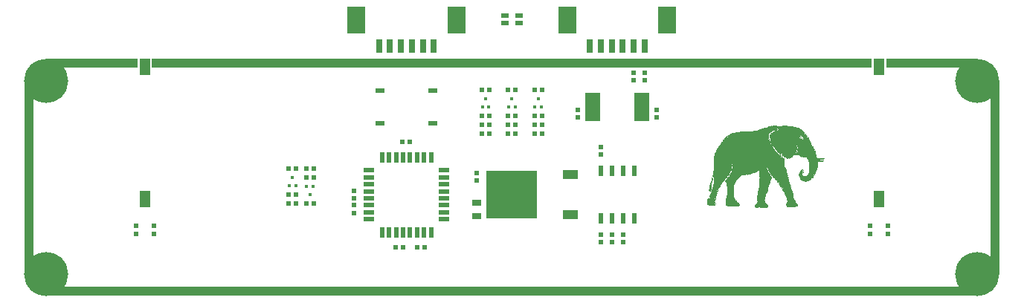
<source format=gts>
G04*
G04 #@! TF.GenerationSoftware,Altium Limited,Altium Designer,23.3.1 (30)*
G04*
G04 Layer_Color=8388736*
%FSLAX25Y25*%
%MOIN*%
G70*
G04*
G04 #@! TF.SameCoordinates,AEED621E-3CD5-435C-AC93-41C8B311E913*
G04*
G04*
G04 #@! TF.FilePolarity,Negative*
G04*
G01*
G75*
%ADD30R,3.23000X0.03937*%
%ADD31R,0.41161X0.03937*%
%ADD32R,0.03937X0.86614*%
%ADD33R,4.17323X0.03937*%
%ADD34R,0.03937X0.86614*%
%ADD35R,0.01929X0.02126*%
%ADD36R,0.02126X0.01929*%
%ADD37R,0.01654X0.01654*%
%ADD38R,0.04016X0.02835*%
%ADD39R,0.04016X0.02047*%
%ADD40R,0.02047X0.04803*%
%ADD41R,0.04803X0.02047*%
%ADD42R,0.22520X0.21732*%
%ADD43R,0.06969X0.04016*%
%ADD44R,0.02441X0.04803*%
%ADD45R,0.07126X0.12677*%
%ADD46R,0.07953X0.11890*%
%ADD47R,0.03032X0.05984*%
%ADD48R,0.04803X0.07362*%
%ADD49R,0.03228X0.02047*%
%ADD50C,0.19764*%
%ADD51C,0.03032*%
G36*
X118017Y23075D02*
X119021D01*
Y22824D01*
X121029D01*
Y23075D01*
X123540D01*
Y22824D01*
X126050D01*
Y22573D01*
X127556D01*
Y22322D01*
X128561D01*
Y22071D01*
X128812D01*
Y21820D01*
X129314D01*
Y21569D01*
X129816D01*
Y21318D01*
X130067D01*
Y21067D01*
X130318D01*
Y20816D01*
X130569D01*
Y20565D01*
X130820D01*
Y20314D01*
X131071D01*
Y20063D01*
X131322D01*
Y19812D01*
Y19561D01*
X131071D01*
Y19309D01*
Y19059D01*
X131322D01*
Y19309D01*
X131573D01*
Y19561D01*
X131824D01*
Y19309D01*
Y19059D01*
X132075D01*
Y18808D01*
Y18556D01*
X132577D01*
Y18305D01*
X132326D01*
Y18054D01*
X132828D01*
Y17803D01*
X133079D01*
Y17552D01*
Y17301D01*
Y17050D01*
X133330D01*
Y16799D01*
X133581D01*
Y16548D01*
Y16297D01*
X133833D01*
Y16046D01*
Y15795D01*
Y15544D01*
X134084D01*
Y15293D01*
Y15042D01*
X134335D01*
Y14791D01*
Y14540D01*
X134586D01*
Y14289D01*
Y14038D01*
X134837D01*
Y13787D01*
X135088D01*
Y13535D01*
Y13284D01*
X135339D01*
Y13033D01*
Y12782D01*
X135590D01*
Y12531D01*
X135841D01*
Y12280D01*
X135590D01*
Y12029D01*
X135841D01*
Y11778D01*
X136092D01*
Y11527D01*
Y11276D01*
Y11025D01*
X136343D01*
Y10774D01*
Y10523D01*
Y10272D01*
X136594D01*
Y10021D01*
Y9770D01*
Y9519D01*
Y9268D01*
Y9017D01*
X136845D01*
Y8766D01*
Y8515D01*
X140109D01*
Y8264D01*
X139858D01*
Y8012D01*
X139356D01*
Y7762D01*
X138351D01*
Y7510D01*
X139858D01*
Y7259D01*
X139607D01*
Y7008D01*
X139356D01*
Y7259D01*
X139104D01*
Y7008D01*
X138853D01*
Y6757D01*
X137096D01*
Y6506D01*
Y6255D01*
Y6004D01*
Y5753D01*
Y5502D01*
Y5251D01*
Y5000D01*
Y4749D01*
Y4498D01*
Y4247D01*
X136845D01*
Y3996D01*
Y3745D01*
Y3494D01*
Y3243D01*
X136594D01*
Y2992D01*
X136343D01*
Y2741D01*
X136594D01*
Y2489D01*
X136343D01*
Y2238D01*
X136092D01*
Y1987D01*
X135841D01*
Y1736D01*
X136092D01*
Y1485D01*
X135841D01*
Y1234D01*
Y983D01*
X135590D01*
Y1234D01*
X135339D01*
Y983D01*
X135590D01*
Y732D01*
Y481D01*
X135339D01*
Y230D01*
X135088D01*
Y-21D01*
Y-272D01*
X134837D01*
Y-523D01*
X134335D01*
Y-774D01*
Y-1025D01*
X133833D01*
Y-1276D01*
X133581D01*
Y-1527D01*
X133079D01*
Y-1778D01*
X132326D01*
Y-2029D01*
X131071D01*
Y-1778D01*
X130318D01*
Y-1527D01*
X129816D01*
Y-1276D01*
X129565D01*
Y-1025D01*
X129314D01*
Y-774D01*
X129063D01*
Y-523D01*
Y-272D01*
Y-21D01*
X128812D01*
Y230D01*
Y481D01*
X128561D01*
Y732D01*
Y983D01*
Y1234D01*
Y1485D01*
X128812D01*
Y1736D01*
X129063D01*
Y1987D01*
X128812D01*
Y2238D01*
X129063D01*
Y2489D01*
Y2741D01*
X129314D01*
Y2992D01*
X129565D01*
Y3243D01*
X129816D01*
Y3494D01*
X130569D01*
Y3243D01*
X130820D01*
Y2992D01*
Y2741D01*
X130569D01*
Y2489D01*
X130820D01*
Y2238D01*
Y1987D01*
X130569D01*
Y1736D01*
X130318D01*
Y1485D01*
Y1234D01*
Y983D01*
X130569D01*
Y732D01*
X131071D01*
Y481D01*
X131824D01*
Y732D01*
X132326D01*
Y983D01*
X132577D01*
Y1234D01*
X132828D01*
Y1485D01*
Y1736D01*
Y1987D01*
X133079D01*
Y2238D01*
X133330D01*
Y2489D01*
X133079D01*
Y2741D01*
X133330D01*
Y2992D01*
Y3243D01*
Y3494D01*
Y3745D01*
Y3996D01*
Y4247D01*
Y4498D01*
Y4749D01*
Y5000D01*
Y5251D01*
Y5502D01*
Y5753D01*
X133581D01*
Y6004D01*
X133330D01*
Y6255D01*
Y6506D01*
X133079D01*
Y6757D01*
Y7008D01*
X132828D01*
Y7259D01*
Y7510D01*
Y7762D01*
X132577D01*
Y8012D01*
Y8264D01*
X132326D01*
Y8515D01*
Y8766D01*
X132075D01*
Y9017D01*
X130569D01*
Y8766D01*
X129816D01*
Y9017D01*
X129565D01*
Y9268D01*
X129063D01*
Y9519D01*
X128812D01*
Y9770D01*
X128310D01*
Y10021D01*
X126552D01*
Y9770D01*
X126301D01*
Y9519D01*
X125799D01*
Y9268D01*
Y9017D01*
X125046D01*
Y8766D01*
Y8515D01*
X124544D01*
Y8264D01*
X124042D01*
Y8515D01*
X123791D01*
Y8264D01*
X123289D01*
Y8515D01*
X122787D01*
Y8766D01*
X122284D01*
Y9017D01*
X121782D01*
Y9268D01*
Y9519D01*
X121531D01*
Y9268D01*
X121280D01*
Y9519D01*
X121029D01*
Y9770D01*
X120778D01*
Y10021D01*
Y10272D01*
X121029D01*
Y10523D01*
X120527D01*
Y10272D01*
Y10021D01*
X120276D01*
Y10272D01*
X120025D01*
Y10523D01*
X119774D01*
Y10774D01*
X119523D01*
Y11025D01*
X119272D01*
Y11276D01*
X119021D01*
Y11527D01*
X118770D01*
Y11778D01*
X118519D01*
Y12029D01*
Y12280D01*
X118268D01*
Y12531D01*
X118017D01*
Y12782D01*
X117766D01*
Y13033D01*
Y13284D01*
X117515D01*
Y13535D01*
X117264D01*
Y13787D01*
Y14038D01*
X117013D01*
Y13787D01*
Y13535D01*
X117264D01*
Y13284D01*
Y13033D01*
X117515D01*
Y12782D01*
Y12531D01*
X117766D01*
Y12280D01*
X118017D01*
Y12029D01*
X118268D01*
Y11778D01*
Y11527D01*
X118519D01*
Y11276D01*
X118770D01*
Y11025D01*
X119021D01*
Y10774D01*
X119272D01*
Y10523D01*
X119523D01*
Y10272D01*
X120025D01*
Y10021D01*
X120276D01*
Y9770D01*
X120527D01*
Y9519D01*
X120778D01*
Y9268D01*
X121280D01*
Y9017D01*
X121531D01*
Y8766D01*
Y8515D01*
X122033D01*
Y8264D01*
Y8012D01*
Y7762D01*
Y7510D01*
Y7259D01*
Y7008D01*
Y6757D01*
Y6506D01*
X122284D01*
Y6255D01*
Y6004D01*
Y5753D01*
Y5502D01*
Y5251D01*
Y5000D01*
Y4749D01*
Y4498D01*
X122536D01*
Y4247D01*
X122787D01*
Y3996D01*
Y3745D01*
Y3494D01*
X123038D01*
Y3243D01*
Y2992D01*
X123289D01*
Y2741D01*
Y2489D01*
Y2238D01*
Y1987D01*
Y1736D01*
X123540D01*
Y1485D01*
Y1234D01*
Y983D01*
X123791D01*
Y732D01*
Y481D01*
X123540D01*
Y230D01*
X123791D01*
Y-21D01*
X124042D01*
Y-272D01*
Y-523D01*
X123791D01*
Y-774D01*
X124042D01*
Y-1025D01*
Y-1276D01*
X124293D01*
Y-1527D01*
Y-1778D01*
Y-2029D01*
X124544D01*
Y-2280D01*
Y-2531D01*
Y-2782D01*
Y-3033D01*
X124795D01*
Y-3285D01*
Y-3536D01*
Y-3787D01*
X125046D01*
Y-4038D01*
X124795D01*
Y-4289D01*
X125046D01*
Y-4540D01*
X125297D01*
Y-4791D01*
Y-5042D01*
Y-5293D01*
X125548D01*
Y-5544D01*
Y-5795D01*
Y-6046D01*
X125799D01*
Y-6297D01*
X125548D01*
Y-6548D01*
X125799D01*
Y-6799D01*
Y-7050D01*
X126050D01*
Y-7301D01*
X125799D01*
Y-7552D01*
X126050D01*
Y-7803D01*
Y-8054D01*
Y-8305D01*
Y-8556D01*
Y-8807D01*
X126301D01*
Y-9059D01*
Y-9309D01*
Y-9561D01*
X126552D01*
Y-9812D01*
Y-10063D01*
X126803D01*
Y-10314D01*
Y-10565D01*
X127054D01*
Y-10816D01*
Y-11067D01*
X127305D01*
Y-11318D01*
X127556D01*
Y-11569D01*
Y-11820D01*
X127807D01*
Y-12071D01*
X128059D01*
Y-12322D01*
X128310D01*
Y-12573D01*
Y-12824D01*
X128059D01*
Y-13075D01*
X127305D01*
Y-13326D01*
X125046D01*
Y-13577D01*
X124795D01*
Y-13326D01*
X123038D01*
Y-13075D01*
Y-12824D01*
X122787D01*
Y-12573D01*
Y-12322D01*
Y-12071D01*
Y-11820D01*
X123038D01*
Y-11569D01*
Y-11318D01*
X123289D01*
Y-11067D01*
X123540D01*
Y-10816D01*
Y-10565D01*
X123289D01*
Y-10314D01*
Y-10063D01*
Y-9812D01*
X123038D01*
Y-9561D01*
Y-9309D01*
Y-9059D01*
X122787D01*
Y-8807D01*
Y-8556D01*
Y-8305D01*
X122536D01*
Y-8054D01*
Y-7803D01*
X122284D01*
Y-7552D01*
Y-7301D01*
X122033D01*
Y-7050D01*
Y-6799D01*
X121782D01*
Y-6548D01*
Y-6297D01*
X121531D01*
Y-6046D01*
X121280D01*
Y-5795D01*
Y-5544D01*
X121029D01*
Y-5293D01*
X121280D01*
Y-5042D01*
X120778D01*
Y-4791D01*
Y-4540D01*
Y-4289D01*
X120276D01*
Y-4038D01*
Y-3787D01*
X120025D01*
Y-3536D01*
Y-3285D01*
X119774D01*
Y-3033D01*
X119523D01*
Y-2782D01*
X120025D01*
Y-2531D01*
X119272D01*
Y-2280D01*
X119021D01*
Y-2029D01*
Y-1778D01*
X118770D01*
Y-1527D01*
X118519D01*
Y-1276D01*
X118268D01*
Y-1025D01*
X118017D01*
Y-774D01*
X117766D01*
Y-523D01*
X117515D01*
Y-272D01*
X117264D01*
Y-21D01*
X117013D01*
Y230D01*
X116762D01*
Y481D01*
X116510D01*
Y732D01*
X116259D01*
Y983D01*
Y1234D01*
X116008D01*
Y1485D01*
X115757D01*
Y1736D01*
Y1987D01*
X115506D01*
Y2238D01*
X115255D01*
Y2489D01*
Y2741D01*
X115004D01*
Y2992D01*
Y3243D01*
X114753D01*
Y3494D01*
Y3745D01*
X114502D01*
Y3494D01*
Y3243D01*
X114753D01*
Y2992D01*
Y2741D01*
X115004D01*
Y2489D01*
Y2238D01*
X115255D01*
Y1987D01*
Y1736D01*
X115506D01*
Y1485D01*
X115757D01*
Y1234D01*
Y983D01*
X116008D01*
Y732D01*
X116259D01*
Y481D01*
Y230D01*
X116510D01*
Y-21D01*
Y-272D01*
Y-523D01*
Y-774D01*
X116259D01*
Y-1025D01*
Y-1276D01*
Y-1527D01*
X116008D01*
Y-1778D01*
Y-2029D01*
Y-2280D01*
X115757D01*
Y-2531D01*
Y-2782D01*
X115506D01*
Y-3033D01*
Y-3285D01*
Y-3536D01*
X115255D01*
Y-3787D01*
Y-4038D01*
Y-4289D01*
X115004D01*
Y-4540D01*
Y-4791D01*
Y-5042D01*
Y-5293D01*
X114753D01*
Y-5544D01*
Y-5795D01*
Y-6046D01*
Y-6297D01*
X114502D01*
Y-6548D01*
Y-6799D01*
Y-7050D01*
X114251D01*
Y-7301D01*
Y-7552D01*
X114000D01*
Y-7803D01*
Y-8054D01*
Y-8305D01*
X113749D01*
Y-8556D01*
Y-8807D01*
X113498D01*
Y-9059D01*
Y-9309D01*
Y-9561D01*
Y-9812D01*
Y-10063D01*
X113247D01*
Y-10314D01*
Y-10565D01*
X113498D01*
Y-10816D01*
Y-11067D01*
Y-11318D01*
X113749D01*
Y-11569D01*
X114000D01*
Y-11820D01*
X114251D01*
Y-12071D01*
X114502D01*
Y-12322D01*
X114753D01*
Y-12573D01*
Y-12824D01*
X115004D01*
Y-13075D01*
Y-13326D01*
Y-13577D01*
X114502D01*
Y-13828D01*
X111239D01*
Y-13577D01*
X110485D01*
Y-13828D01*
X109230D01*
Y-13577D01*
X108979D01*
Y-13326D01*
Y-13075D01*
Y-12824D01*
Y-12573D01*
X109230D01*
Y-12322D01*
Y-12071D01*
X109481D01*
Y-11820D01*
X109983D01*
Y-11569D01*
Y-11318D01*
Y-11067D01*
X110234D01*
Y-10816D01*
X109983D01*
Y-10565D01*
Y-10314D01*
Y-10063D01*
Y-9812D01*
Y-9561D01*
Y-9309D01*
Y-9059D01*
Y-8807D01*
Y-8556D01*
Y-8305D01*
Y-8054D01*
X110234D01*
Y-7803D01*
Y-7552D01*
Y-7301D01*
Y-7050D01*
Y-6799D01*
Y-6548D01*
Y-6297D01*
Y-6046D01*
X110485D01*
Y-5795D01*
Y-5544D01*
Y-5293D01*
Y-5042D01*
Y-4791D01*
X110736D01*
Y-4540D01*
Y-4289D01*
Y-4038D01*
Y-3787D01*
Y-3536D01*
Y-3285D01*
X110987D01*
Y-3033D01*
Y-2782D01*
Y-2531D01*
Y-2280D01*
Y-2029D01*
Y-1778D01*
Y-1527D01*
Y-1276D01*
Y-1025D01*
Y-774D01*
Y-523D01*
Y-272D01*
X111239D01*
Y-21D01*
X110987D01*
Y230D01*
Y481D01*
Y732D01*
Y983D01*
Y1234D01*
Y1485D01*
Y1736D01*
Y1987D01*
X110736D01*
Y2238D01*
Y2489D01*
Y2741D01*
X110234D01*
Y2489D01*
X109732D01*
Y2238D01*
X109230D01*
Y1987D01*
X108728D01*
Y1736D01*
X107975D01*
Y1485D01*
X107222D01*
Y1234D01*
X105967D01*
Y983D01*
X105464D01*
Y1234D01*
X104711D01*
Y983D01*
X102954D01*
Y1234D01*
X102703D01*
Y983D01*
X102954D01*
Y732D01*
X102452D01*
Y481D01*
Y230D01*
X102201D01*
Y-21D01*
X101950D01*
Y-272D01*
X101699D01*
Y-523D01*
X101448D01*
Y-774D01*
X101197D01*
Y-1025D01*
X100946D01*
Y-1276D01*
X100695D01*
Y-1527D01*
X100444D01*
Y-1778D01*
Y-2029D01*
X100192D01*
Y-2280D01*
Y-2531D01*
Y-2782D01*
X99941D01*
Y-3033D01*
Y-3285D01*
X99691D01*
Y-3536D01*
Y-3787D01*
Y-4038D01*
X99439D01*
Y-4289D01*
Y-4540D01*
Y-4791D01*
Y-5042D01*
X99691D01*
Y-5293D01*
Y-5544D01*
Y-5795D01*
Y-6046D01*
Y-6297D01*
Y-6548D01*
Y-6799D01*
Y-7050D01*
Y-7301D01*
Y-7552D01*
Y-7803D01*
Y-8054D01*
Y-8305D01*
Y-8556D01*
Y-8807D01*
Y-9059D01*
X99941D01*
Y-9309D01*
Y-9561D01*
Y-9812D01*
X100192D01*
Y-10063D01*
Y-10314D01*
X100444D01*
Y-10565D01*
X100695D01*
Y-10816D01*
X100946D01*
Y-11067D01*
X101197D01*
Y-11318D01*
X101448D01*
Y-11569D01*
X101699D01*
Y-11820D01*
X101950D01*
Y-12071D01*
X102201D01*
Y-12322D01*
Y-12573D01*
Y-12824D01*
X101950D01*
Y-13075D01*
X96427D01*
Y-12824D01*
X95925D01*
Y-12573D01*
Y-12322D01*
Y-12071D01*
Y-11820D01*
Y-11569D01*
Y-11318D01*
Y-11067D01*
Y-10816D01*
Y-10565D01*
Y-10314D01*
Y-10063D01*
Y-9812D01*
Y-9561D01*
Y-9309D01*
X96176D01*
Y-9059D01*
Y-8807D01*
Y-8556D01*
Y-8305D01*
Y-8054D01*
X96427D01*
Y-7803D01*
Y-7552D01*
Y-7301D01*
Y-7050D01*
Y-6799D01*
Y-6548D01*
Y-6297D01*
Y-6046D01*
Y-5795D01*
Y-5544D01*
Y-5293D01*
Y-5042D01*
Y-4791D01*
Y-4540D01*
Y-4289D01*
Y-4038D01*
X96176D01*
Y-3787D01*
Y-3536D01*
Y-3285D01*
Y-3033D01*
Y-2782D01*
Y-2531D01*
Y-2280D01*
X95925D01*
Y-2029D01*
X95674D01*
Y-1778D01*
X95423D01*
Y-1527D01*
X95674D01*
Y-1276D01*
X95925D01*
Y-1025D01*
X96176D01*
Y-774D01*
X96427D01*
Y-523D01*
X96678D01*
Y-272D01*
Y-21D01*
X96929D01*
Y230D01*
X97431D01*
Y481D01*
Y732D01*
Y983D01*
X97180D01*
Y732D01*
X96929D01*
Y481D01*
X96678D01*
Y230D01*
X96427D01*
Y-21D01*
Y-272D01*
X96176D01*
Y-523D01*
X95925D01*
Y-272D01*
X95423D01*
Y-523D01*
X95925D01*
Y-774D01*
X95674D01*
Y-1025D01*
X95423D01*
Y-1276D01*
X95172D01*
Y-1527D01*
Y-1778D01*
X94921D01*
Y-2029D01*
X94670D01*
Y-2280D01*
X94419D01*
Y-2531D01*
X94168D01*
Y-2782D01*
Y-3033D01*
X93916D01*
Y-3285D01*
X93665D01*
Y-3536D01*
Y-3787D01*
X93414D01*
Y-4038D01*
Y-4289D01*
X92912D01*
Y-4540D01*
X93163D01*
Y-4791D01*
X92912D01*
Y-5042D01*
X92661D01*
Y-5293D01*
Y-5544D01*
Y-5795D01*
X92410D01*
Y-6046D01*
Y-6297D01*
X92159D01*
Y-6548D01*
Y-6799D01*
X91908D01*
Y-7050D01*
X92159D01*
Y-7301D01*
X91908D01*
Y-7552D01*
Y-7803D01*
Y-8054D01*
Y-8305D01*
X91657D01*
Y-8054D01*
X91406D01*
Y-8305D01*
X91657D01*
Y-8556D01*
Y-8807D01*
Y-9059D01*
Y-9309D01*
X91406D01*
Y-9561D01*
Y-9812D01*
Y-10063D01*
X91155D01*
Y-10314D01*
Y-10565D01*
Y-10816D01*
X90904D01*
Y-11067D01*
X91155D01*
Y-11318D01*
Y-11569D01*
Y-11820D01*
X91406D01*
Y-12071D01*
X91155D01*
Y-11820D01*
X90904D01*
Y-12071D01*
X91155D01*
Y-12322D01*
Y-12573D01*
Y-12824D01*
X90653D01*
Y-13075D01*
X90402D01*
Y-12824D01*
X88142D01*
Y-12573D01*
X87891D01*
Y-12322D01*
X87640D01*
Y-12071D01*
Y-11820D01*
X87389D01*
Y-11569D01*
Y-11318D01*
Y-11067D01*
Y-10816D01*
Y-10565D01*
Y-10314D01*
X87640D01*
Y-10063D01*
Y-9812D01*
X87891D01*
Y-9561D01*
X88142D01*
Y-9309D01*
X88393D01*
Y-9059D01*
X88644D01*
Y-9309D01*
X88896D01*
Y-9059D01*
X88644D01*
Y-8807D01*
Y-8556D01*
Y-8305D01*
Y-8054D01*
X88896D01*
Y-7803D01*
Y-7552D01*
Y-7301D01*
X89147D01*
Y-7050D01*
Y-6799D01*
X89398D01*
Y-6548D01*
Y-6297D01*
X88896D01*
Y-6548D01*
X88644D01*
Y-6297D01*
Y-6046D01*
X88142D01*
Y-5795D01*
Y-5544D01*
X88393D01*
Y-5293D01*
Y-5042D01*
Y-4791D01*
Y-4540D01*
Y-4289D01*
X88644D01*
Y-4038D01*
Y-3787D01*
Y-3536D01*
X88896D01*
Y-3285D01*
Y-3033D01*
Y-2782D01*
Y-2531D01*
X89147D01*
Y-2280D01*
Y-2029D01*
Y-1778D01*
X89398D01*
Y-1527D01*
Y-1276D01*
Y-1025D01*
X89649D01*
Y-774D01*
Y-523D01*
Y-272D01*
Y-21D01*
X89900D01*
Y-272D01*
X90151D01*
Y-523D01*
Y-774D01*
Y-1025D01*
Y-1276D01*
X89900D01*
Y-1527D01*
Y-1778D01*
Y-2029D01*
Y-2280D01*
X89649D01*
Y-2531D01*
Y-2782D01*
Y-3033D01*
X89398D01*
Y-3285D01*
Y-3536D01*
Y-3787D01*
Y-4038D01*
Y-4289D01*
Y-4540D01*
Y-4791D01*
Y-5042D01*
Y-5293D01*
Y-5544D01*
Y-5795D01*
X89147D01*
Y-6046D01*
X89649D01*
Y-5795D01*
Y-5544D01*
Y-5293D01*
X89900D01*
Y-5042D01*
Y-4791D01*
Y-4540D01*
Y-4289D01*
X90151D01*
Y-4038D01*
Y-3787D01*
Y-3536D01*
Y-3285D01*
Y-3033D01*
X90402D01*
Y-2782D01*
Y-2531D01*
Y-2280D01*
Y-2029D01*
Y-1778D01*
Y-1527D01*
Y-1276D01*
Y-1025D01*
Y-774D01*
Y-523D01*
Y-272D01*
Y-21D01*
X90151D01*
Y230D01*
X89900D01*
Y481D01*
Y732D01*
Y983D01*
X90151D01*
Y1234D01*
Y1485D01*
Y1736D01*
Y1987D01*
Y2238D01*
Y2489D01*
Y2741D01*
Y2992D01*
X90402D01*
Y3243D01*
Y3494D01*
Y3745D01*
Y3996D01*
Y4247D01*
Y4498D01*
Y4749D01*
X90653D01*
Y5000D01*
Y5251D01*
Y5502D01*
Y5753D01*
Y6004D01*
Y6255D01*
Y6506D01*
Y6757D01*
Y7008D01*
Y7259D01*
Y7510D01*
Y7762D01*
Y8012D01*
Y8264D01*
Y8515D01*
Y8766D01*
Y9017D01*
Y9268D01*
Y9519D01*
X90904D01*
Y9770D01*
Y10021D01*
Y10272D01*
Y10523D01*
Y10774D01*
X91155D01*
Y11025D01*
Y11276D01*
X91406D01*
Y11527D01*
Y11778D01*
Y12029D01*
X91657D01*
Y12280D01*
X91908D01*
Y12531D01*
Y12782D01*
X92159D01*
Y13033D01*
Y13284D01*
X92661D01*
Y13535D01*
Y13787D01*
Y14038D01*
X92912D01*
Y14289D01*
X93163D01*
Y14540D01*
X93665D01*
Y14791D01*
X93414D01*
Y15042D01*
X93665D01*
Y15293D01*
X93916D01*
Y15544D01*
Y15795D01*
X94168D01*
Y16046D01*
X94419D01*
Y16297D01*
Y16548D01*
X94670D01*
Y16799D01*
X94921D01*
Y17050D01*
X95172D01*
Y16799D01*
X95423D01*
Y17050D01*
X95172D01*
Y17301D01*
Y17552D01*
X95423D01*
Y17803D01*
X95674D01*
Y18054D01*
X95925D01*
Y18305D01*
X96176D01*
Y18556D01*
X96929D01*
Y18808D01*
Y19059D01*
X97180D01*
Y18808D01*
X97431D01*
Y19059D01*
Y19309D01*
X97933D01*
Y19561D01*
X98435D01*
Y19812D01*
X99439D01*
Y20063D01*
X100192D01*
Y19812D01*
X100444D01*
Y20063D01*
X100192D01*
Y20314D01*
X102201D01*
Y20565D01*
X108226D01*
Y20816D01*
X109481D01*
Y21067D01*
X110234D01*
Y21318D01*
X110987D01*
Y21569D01*
X111741D01*
Y21820D01*
X112745D01*
Y22071D01*
X113498D01*
Y22322D01*
X114502D01*
Y22573D01*
X115004D01*
Y22824D01*
X115757D01*
Y23075D01*
X116008D01*
Y22824D01*
X116259D01*
Y23075D01*
X116510D01*
Y22824D01*
X116762D01*
Y23075D01*
X116510D01*
Y23326D01*
X118017D01*
Y23075D01*
D02*
G37*
%LPC*%
G36*
X119272Y21820D02*
X119021D01*
Y21569D01*
X119272D01*
Y21318D01*
X119523D01*
Y21569D01*
X119272D01*
Y21820D01*
D02*
G37*
G36*
Y21318D02*
X119021D01*
Y21067D01*
X119272D01*
Y21318D01*
D02*
G37*
G36*
X119021Y21067D02*
X118770D01*
Y20816D01*
X119021D01*
Y21067D01*
D02*
G37*
G36*
X118519D02*
X117766D01*
Y20816D01*
X118519D01*
Y21067D01*
D02*
G37*
G36*
X117766Y20816D02*
X117013D01*
Y20565D01*
X116510D01*
Y20314D01*
X116008D01*
Y20063D01*
X115757D01*
Y19812D01*
X115506D01*
Y19561D01*
X115255D01*
Y19309D01*
Y19059D01*
Y18808D01*
Y18556D01*
Y18305D01*
Y18054D01*
Y17803D01*
Y17552D01*
Y17301D01*
X115506D01*
Y17050D01*
Y16799D01*
Y16548D01*
Y16297D01*
X115757D01*
Y16046D01*
Y15795D01*
Y15544D01*
X116008D01*
Y15795D01*
Y16046D01*
Y16297D01*
X115757D01*
Y16548D01*
Y16799D01*
Y17050D01*
Y17301D01*
Y17552D01*
X115506D01*
Y17803D01*
Y18054D01*
Y18305D01*
Y18556D01*
Y18808D01*
Y19059D01*
Y19309D01*
X115757D01*
Y19561D01*
X116008D01*
Y19309D01*
X116259D01*
Y19561D01*
X116008D01*
Y19812D01*
X116510D01*
Y20063D01*
X116762D01*
Y20314D01*
X117264D01*
Y20565D01*
X117766D01*
Y20816D01*
D02*
G37*
G36*
X96929Y18305D02*
X96678D01*
Y18054D01*
X96929D01*
Y18305D01*
D02*
G37*
G36*
X128812Y18054D02*
X128561D01*
Y17803D01*
X128812D01*
Y17552D01*
X129565D01*
Y17301D01*
X129816D01*
Y17552D01*
X130067D01*
Y17803D01*
X128812D01*
Y18054D01*
D02*
G37*
G36*
X129816Y18556D02*
X129063D01*
Y18305D01*
X129816D01*
Y18054D01*
X130067D01*
Y17803D01*
X130318D01*
Y17552D01*
Y17301D01*
Y17050D01*
X130569D01*
Y17301D01*
Y17552D01*
Y17803D01*
X130318D01*
Y18054D01*
X130067D01*
Y18305D01*
X129816D01*
Y18556D01*
D02*
G37*
G36*
X115004Y17552D02*
X114753D01*
Y17301D01*
Y17050D01*
X115255D01*
Y17301D01*
X115004D01*
Y17552D01*
D02*
G37*
G36*
X116259Y15293D02*
X116008D01*
Y15042D01*
X116259D01*
Y15293D01*
D02*
G37*
G36*
X117013Y14540D02*
X116762D01*
Y14289D01*
X117013D01*
Y14540D01*
D02*
G37*
G36*
X127807Y14289D02*
X127556D01*
Y14038D01*
X127807D01*
Y14289D01*
D02*
G37*
G36*
X128059Y13535D02*
X127807D01*
Y13284D01*
Y13033D01*
Y12782D01*
X128059D01*
Y13033D01*
Y13284D01*
Y13535D01*
D02*
G37*
G36*
X127305Y11778D02*
X127054D01*
Y11527D01*
X127305D01*
Y11778D01*
D02*
G37*
G36*
X127807Y12280D02*
X127556D01*
Y12029D01*
Y11778D01*
Y11527D01*
X127807D01*
Y11276D01*
X128059D01*
Y11527D01*
X127807D01*
Y11778D01*
Y12029D01*
Y12280D01*
D02*
G37*
G36*
X127556Y11276D02*
X127305D01*
Y11025D01*
Y10774D01*
X127556D01*
Y11025D01*
Y11276D01*
D02*
G37*
G36*
X127305Y10774D02*
X127054D01*
Y10523D01*
Y10272D01*
X127305D01*
Y10523D01*
Y10774D01*
D02*
G37*
G36*
X130067Y9268D02*
X129816D01*
Y9017D01*
X130067D01*
Y9268D01*
D02*
G37*
G36*
X120778D02*
X120527D01*
Y9017D01*
X120778D01*
Y9268D01*
D02*
G37*
G36*
X124795Y9017D02*
X124544D01*
Y8766D01*
X124795D01*
Y9017D01*
D02*
G37*
G36*
X98937Y5753D02*
X98686D01*
Y5502D01*
X98937D01*
Y5753D01*
D02*
G37*
G36*
X114251Y5000D02*
X114000D01*
Y4749D01*
X114251D01*
Y5000D01*
D02*
G37*
G36*
X114502Y4247D02*
X114251D01*
Y3996D01*
X114502D01*
Y4247D01*
D02*
G37*
G36*
X98937Y4749D02*
X98686D01*
Y4498D01*
Y4247D01*
Y3996D01*
X98937D01*
Y4247D01*
Y4498D01*
Y4749D01*
D02*
G37*
G36*
X130569Y3243D02*
X130067D01*
Y2992D01*
X130569D01*
Y3243D01*
D02*
G37*
G36*
X98435Y3996D02*
X98184D01*
Y3745D01*
X98435D01*
Y3494D01*
Y3243D01*
Y2992D01*
X98686D01*
Y3243D01*
Y3494D01*
Y3745D01*
X98435D01*
Y3996D01*
D02*
G37*
G36*
X130569Y2489D02*
X130318D01*
Y2238D01*
X130569D01*
Y2489D01*
D02*
G37*
G36*
X123289Y1736D02*
X123038D01*
Y1485D01*
X123289D01*
Y1736D01*
D02*
G37*
G36*
X98435Y2992D02*
X98184D01*
Y2741D01*
Y2489D01*
X97933D01*
Y2238D01*
Y1987D01*
X97682D01*
Y1736D01*
Y1485D01*
X97431D01*
Y1234D01*
Y983D01*
X97682D01*
Y1234D01*
X97933D01*
Y1485D01*
Y1736D01*
X98184D01*
Y1987D01*
Y2238D01*
X98435D01*
Y2489D01*
Y2741D01*
Y2992D01*
D02*
G37*
G36*
X130318Y983D02*
X130067D01*
Y732D01*
X130318D01*
Y983D01*
D02*
G37*
G36*
X121531Y-4791D02*
X121280D01*
Y-5042D01*
X121531D01*
Y-4791D01*
D02*
G37*
G36*
X125297Y-5293D02*
X125046D01*
Y-5544D01*
X125297D01*
Y-5293D01*
D02*
G37*
G36*
X92159Y-5795D02*
X91908D01*
Y-6046D01*
X92159D01*
Y-5795D01*
D02*
G37*
G36*
X89900Y-6297D02*
X89649D01*
Y-6548D01*
X89900D01*
Y-6297D01*
D02*
G37*
G36*
X91155Y-9561D02*
X90904D01*
Y-9812D01*
X91155D01*
Y-9561D01*
D02*
G37*
G36*
X89147Y-12322D02*
X88896D01*
Y-12573D01*
X89147D01*
Y-12322D01*
D02*
G37*
%LPD*%
D30*
X0Y51181D02*
D03*
D31*
X188081Y51181D02*
D03*
X-188081Y51181D02*
D03*
D32*
X216535Y0D02*
D03*
D33*
X0Y-51181D02*
D03*
D34*
X-216535Y-0D02*
D03*
D35*
X-45669Y15748D02*
D03*
X-49055D02*
D03*
X-42520Y-31496D02*
D03*
X-39134D02*
D03*
X-48819D02*
D03*
X-52205D02*
D03*
X-96732Y3937D02*
D03*
X-100118D02*
D03*
X-92244D02*
D03*
X-88858D02*
D03*
X-92244Y0D02*
D03*
X-88858D02*
D03*
X-100118Y-7874D02*
D03*
X-96732D02*
D03*
Y-11811D02*
D03*
X-100118D02*
D03*
X-92244D02*
D03*
X-88858D02*
D03*
X13504Y19685D02*
D03*
X10118D02*
D03*
Y23622D02*
D03*
X13504D02*
D03*
X10118Y27559D02*
D03*
X13504D02*
D03*
Y39370D02*
D03*
X10118D02*
D03*
X1693D02*
D03*
X-1693D02*
D03*
Y27559D02*
D03*
X1693D02*
D03*
X-1693Y23622D02*
D03*
X1693D02*
D03*
Y19685D02*
D03*
X-1693D02*
D03*
X-10118D02*
D03*
X-13504D02*
D03*
Y23622D02*
D03*
X-10118D02*
D03*
X-13504Y27559D02*
D03*
X-10118D02*
D03*
Y39370D02*
D03*
X-13504D02*
D03*
D36*
X-70866Y-6063D02*
D03*
Y-9449D02*
D03*
Y-12598D02*
D03*
Y-15984D02*
D03*
X-168504Y-21929D02*
D03*
Y-25315D02*
D03*
X-160630Y-21929D02*
D03*
Y-25315D02*
D03*
X168504Y-21929D02*
D03*
Y-25315D02*
D03*
X160630Y-21929D02*
D03*
Y-25315D02*
D03*
X-15748Y-1358D02*
D03*
Y2028D02*
D03*
X59490Y46968D02*
D03*
Y43583D02*
D03*
X54568D02*
D03*
Y46968D02*
D03*
X49744Y-25866D02*
D03*
Y-29252D02*
D03*
X44744Y-25866D02*
D03*
Y-29252D02*
D03*
X39744D02*
D03*
Y-25866D02*
D03*
Y10118D02*
D03*
Y13504D02*
D03*
X64961Y30236D02*
D03*
Y26850D02*
D03*
X29528D02*
D03*
Y30236D02*
D03*
D37*
X-99902Y-3740D02*
D03*
X-96949D02*
D03*
X-98425Y-197D02*
D03*
X-89075Y-4134D02*
D03*
X-92028D02*
D03*
X-90551Y-7677D02*
D03*
X10335Y31693D02*
D03*
X13287D02*
D03*
X11811Y35236D02*
D03*
X-1476Y31693D02*
D03*
X1476D02*
D03*
X0Y35236D02*
D03*
X-13287Y31693D02*
D03*
X-10335D02*
D03*
X-11811Y35236D02*
D03*
D38*
X-15748Y-17323D02*
D03*
Y-11417D02*
D03*
D39*
X-59055Y24213D02*
D03*
Y38780D02*
D03*
X-35433Y24213D02*
D03*
Y38780D02*
D03*
D40*
X-58268Y-24606D02*
D03*
X-55118D02*
D03*
X-51968D02*
D03*
X-48819D02*
D03*
X-45669D02*
D03*
X-42520D02*
D03*
X-39370D02*
D03*
X-36220D02*
D03*
Y8858D02*
D03*
X-39370D02*
D03*
X-42520D02*
D03*
X-45669D02*
D03*
X-48819D02*
D03*
X-51968D02*
D03*
X-55118D02*
D03*
X-58268D02*
D03*
D41*
X-30512Y-18898D02*
D03*
Y-15748D02*
D03*
Y-12598D02*
D03*
Y-9449D02*
D03*
Y-6299D02*
D03*
Y-3150D02*
D03*
Y0D02*
D03*
Y3150D02*
D03*
X-63976D02*
D03*
Y0D02*
D03*
Y-3150D02*
D03*
Y-6299D02*
D03*
Y-9449D02*
D03*
Y-12598D02*
D03*
Y-15748D02*
D03*
Y-18898D02*
D03*
D42*
X0Y-7874D02*
D03*
D43*
X26240Y1122D02*
D03*
Y-16870D02*
D03*
D44*
X44744Y2756D02*
D03*
X39744D02*
D03*
X49744D02*
D03*
X54744D02*
D03*
X44744Y-18504D02*
D03*
X39744D02*
D03*
X49744D02*
D03*
X54744D02*
D03*
D45*
X58268Y31496D02*
D03*
X36220D02*
D03*
D46*
X69529Y70472D02*
D03*
X24844D02*
D03*
X-24959D02*
D03*
X-69644D02*
D03*
D47*
X54568Y59055D02*
D03*
X59490D02*
D03*
X49647D02*
D03*
X39805D02*
D03*
X44726D02*
D03*
X34883D02*
D03*
X-39920D02*
D03*
X-34998D02*
D03*
X-44841D02*
D03*
X-54684D02*
D03*
X-49762D02*
D03*
X-59605D02*
D03*
D48*
X164567Y-9646D02*
D03*
Y49409D02*
D03*
X-164567Y-9646D02*
D03*
Y49409D02*
D03*
D49*
X3150Y72638D02*
D03*
X-3150D02*
D03*
Y69095D02*
D03*
X3150D02*
D03*
D50*
X-208661Y43307D02*
D03*
Y-43307D02*
D03*
X208661D02*
D03*
Y43307D02*
D03*
D51*
X-90552Y51181D02*
D03*
X-98426D02*
D03*
X-94489D02*
D03*
X-106300D02*
D03*
X-102363D02*
D03*
X-114174D02*
D03*
X-110237D02*
D03*
X-122048D02*
D03*
X-118111D02*
D03*
X-129922D02*
D03*
X-125985D02*
D03*
X-137796D02*
D03*
X-133859D02*
D03*
X-145670D02*
D03*
X-141733D02*
D03*
X-149607D02*
D03*
X-157481D02*
D03*
X-153544D02*
D03*
X-169292D02*
D03*
X-173229D02*
D03*
X-177166D02*
D03*
X-181103D02*
D03*
X-185040D02*
D03*
X-188977D02*
D03*
X-200788D02*
D03*
X-192914D02*
D03*
X-196851D02*
D03*
X90551D02*
D03*
X94488D02*
D03*
X98425D02*
D03*
X102362D02*
D03*
X106299D02*
D03*
X110236D02*
D03*
X114173D02*
D03*
X118110D02*
D03*
X122047D02*
D03*
X125984D02*
D03*
X129921D02*
D03*
X133858D02*
D03*
X137795D02*
D03*
X141732D02*
D03*
X145669D02*
D03*
X157480D02*
D03*
X149606D02*
D03*
X153543D02*
D03*
X200787D02*
D03*
X169291D02*
D03*
X173228D02*
D03*
X177165D02*
D03*
X181102D02*
D03*
X185039D02*
D03*
X188976D02*
D03*
X192913D02*
D03*
X196850D02*
D03*
X216535Y-35433D02*
D03*
Y27559D02*
D03*
Y31496D02*
D03*
Y35433D02*
D03*
Y11811D02*
D03*
Y15748D02*
D03*
Y19685D02*
D03*
Y23622D02*
D03*
Y-3937D02*
D03*
Y0D02*
D03*
Y3937D02*
D03*
Y7874D02*
D03*
Y-19685D02*
D03*
Y-15748D02*
D03*
Y-11811D02*
D03*
Y-7874D02*
D03*
Y-31496D02*
D03*
Y-27559D02*
D03*
Y-23622D02*
D03*
X-216535Y-35433D02*
D03*
Y-23622D02*
D03*
Y-27559D02*
D03*
Y-31496D02*
D03*
Y-7874D02*
D03*
Y-11811D02*
D03*
Y-15748D02*
D03*
Y-19685D02*
D03*
Y7874D02*
D03*
Y3937D02*
D03*
Y-0D02*
D03*
Y-3937D02*
D03*
Y23622D02*
D03*
Y19685D02*
D03*
Y15748D02*
D03*
Y11811D02*
D03*
Y35433D02*
D03*
Y31496D02*
D03*
Y27559D02*
D03*
X-196850Y-51181D02*
D03*
X-192913D02*
D03*
X-188976D02*
D03*
X-200787D02*
D03*
X-122047D02*
D03*
X-118110D02*
D03*
X-114173D02*
D03*
X-137795D02*
D03*
X-133858D02*
D03*
X-129921D02*
D03*
X-125984D02*
D03*
X-153543D02*
D03*
X-149606D02*
D03*
X-145669D02*
D03*
X-141732D02*
D03*
X-169291D02*
D03*
X-165354D02*
D03*
X-161417D02*
D03*
X-157480D02*
D03*
X-185039D02*
D03*
X-181102D02*
D03*
X-177165D02*
D03*
X-173228D02*
D03*
X-47244D02*
D03*
X-43307D02*
D03*
X-39370D02*
D03*
X-62992D02*
D03*
X-59055D02*
D03*
X-55118D02*
D03*
X-51181D02*
D03*
X-78740D02*
D03*
X-74803D02*
D03*
X-70866D02*
D03*
X-66929D02*
D03*
X-94488D02*
D03*
X-90551D02*
D03*
X-86614D02*
D03*
X-82677D02*
D03*
X-110236D02*
D03*
X-106299D02*
D03*
X-102362D02*
D03*
X-98425D02*
D03*
X173228D02*
D03*
X169291D02*
D03*
X165354D02*
D03*
X188976D02*
D03*
X185039D02*
D03*
X181102D02*
D03*
X177165D02*
D03*
X200787D02*
D03*
X196850D02*
D03*
X192913D02*
D03*
X98425D02*
D03*
X94488D02*
D03*
X90551D02*
D03*
X114173D02*
D03*
X110236D02*
D03*
X106299D02*
D03*
X102362D02*
D03*
X129921D02*
D03*
X125984D02*
D03*
X122047D02*
D03*
X118110D02*
D03*
X145669D02*
D03*
X141732D02*
D03*
X137795D02*
D03*
X133858D02*
D03*
X161417D02*
D03*
X157480D02*
D03*
X153543D02*
D03*
X149606D02*
D03*
X74803D02*
D03*
X78740D02*
D03*
X82677D02*
D03*
X86614D02*
D03*
X59055D02*
D03*
X62992D02*
D03*
X66929D02*
D03*
X70866D02*
D03*
X43307D02*
D03*
X47244D02*
D03*
X51181D02*
D03*
X55118D02*
D03*
X27559D02*
D03*
X31496D02*
D03*
X35433D02*
D03*
X39370D02*
D03*
X11811D02*
D03*
X15748D02*
D03*
X19685D02*
D03*
X23622D02*
D03*
X-3937D02*
D03*
X0D02*
D03*
X3937D02*
D03*
X7874D02*
D03*
X-19685D02*
D03*
X-15748D02*
D03*
X-11811D02*
D03*
X-7874D02*
D03*
X-23622D02*
D03*
X-27559D02*
D03*
X-31496D02*
D03*
X-35433D02*
D03*
M02*

</source>
